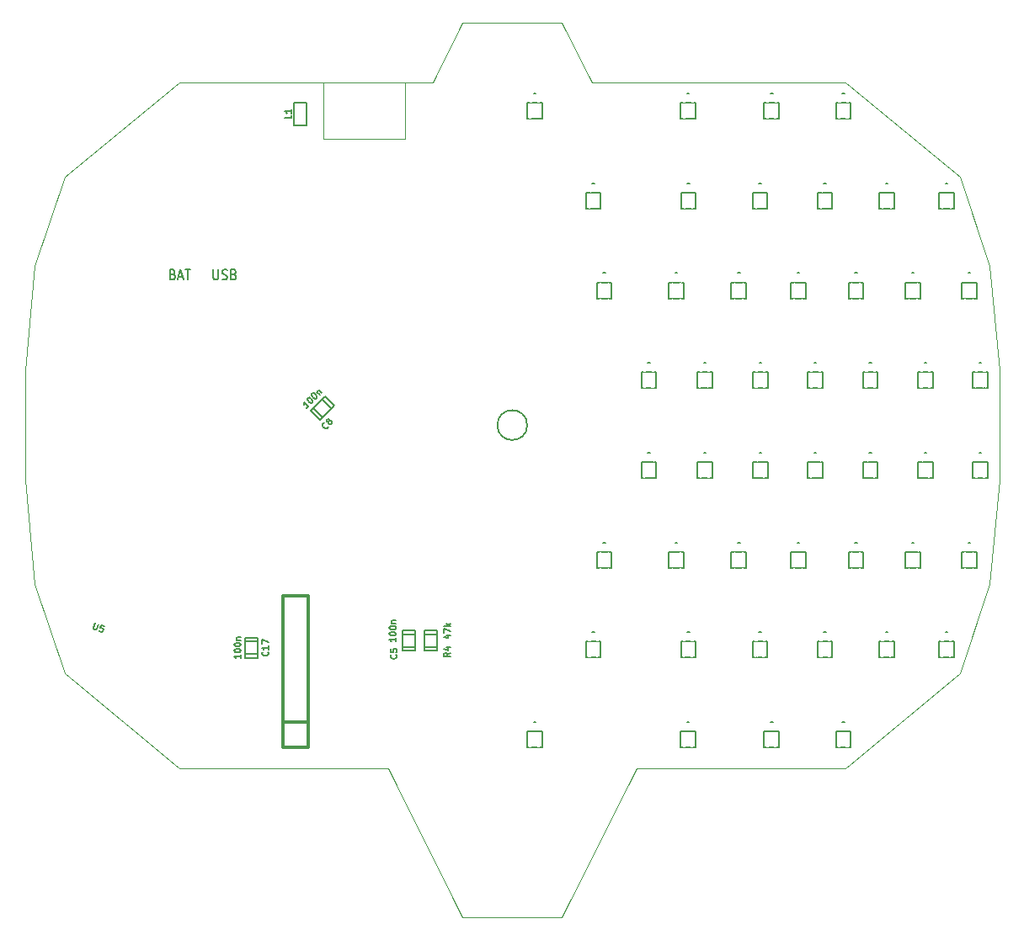
<source format=gto>
G04 #@! TF.FileFunction,Legend,Top*
%FSLAX46Y46*%
G04 Gerber Fmt 4.6, Leading zero omitted, Abs format (unit mm)*
G04 Created by KiCad (PCBNEW (after 2015-mar-04 BZR unknown)-product) date Wed May  6 18:15:44 2015*
%MOMM*%
G01*
G04 APERTURE LIST*
%ADD10C,0.100000*%
%ADD11C,0.200000*%
%ADD12C,0.150000*%
%ADD13C,0.127000*%
%ADD14C,0.304800*%
%ADD15C,0.050800*%
%ADD16C,0.203200*%
G04 APERTURE END LIST*
D10*
X87500000Y-134500000D02*
X66500000Y-134500000D01*
X112500000Y-134500000D02*
X133500000Y-134500000D01*
X105000000Y-149500000D02*
X112500000Y-134500000D01*
X95000000Y-149500000D02*
X105000000Y-149500000D01*
X87500000Y-134500000D02*
X95000000Y-149500000D01*
X108000000Y-65500000D02*
X133500000Y-65500000D01*
X92000000Y-65500000D02*
X66500000Y-65500000D01*
X105000000Y-59500000D02*
X108000000Y-65500000D01*
X95000000Y-59500000D02*
X105000000Y-59500000D01*
X92000000Y-65500000D02*
X95000000Y-59500000D01*
X51000000Y-105500000D02*
X52000000Y-116000000D01*
X51000000Y-94500000D02*
X51000000Y-105500000D01*
X52000000Y-84000000D02*
X51000000Y-94500000D01*
X148000000Y-116000000D02*
X149000000Y-105500000D01*
X149000000Y-105500000D02*
X149000000Y-94500000D01*
X145000000Y-125000000D02*
X148000000Y-116000000D01*
X133500000Y-134500000D02*
X145000000Y-125000000D01*
X55000000Y-125000000D02*
X66500000Y-134500000D01*
X52000000Y-116000000D02*
X55000000Y-125000000D01*
X55000000Y-75000000D02*
X52000000Y-84000000D01*
X66500000Y-65500000D02*
X55000000Y-75000000D01*
X145000000Y-75000000D02*
X133500000Y-65500000D01*
X148000000Y-84000000D02*
X145000000Y-75000000D01*
X149000000Y-94500000D02*
X148000000Y-84000000D01*
D11*
X101500000Y-100000000D02*
G75*
G03X101500000Y-100000000I-1500000J0D01*
G01*
D12*
X78065000Y-69843000D02*
X78065000Y-67557000D01*
X78065000Y-67557000D02*
X79335000Y-67557000D01*
X79335000Y-67557000D02*
X79335000Y-69843000D01*
X79335000Y-69843000D02*
X78065000Y-69843000D01*
D13*
X88965000Y-121065000D02*
X90235000Y-121065000D01*
X88965000Y-122335000D02*
X90209600Y-122335000D01*
X88965000Y-122716000D02*
X88965000Y-120684000D01*
X88965000Y-120684000D02*
X90235000Y-120684000D01*
X90235000Y-120684000D02*
X90235000Y-122716000D01*
X90235000Y-122716000D02*
X88965000Y-122716000D01*
X80900000Y-99198026D02*
X80001974Y-98300000D01*
X81798026Y-98300000D02*
X80917961Y-97419935D01*
X82067433Y-98030592D02*
X80630592Y-99467433D01*
X80630592Y-99467433D02*
X79732567Y-98569408D01*
X79732567Y-98569408D02*
X81169408Y-97132567D01*
X81169408Y-97132567D02*
X82067433Y-98030592D01*
X74435000Y-123035000D02*
X73165000Y-123035000D01*
X74435000Y-121765000D02*
X73190400Y-121765000D01*
X74435000Y-121384000D02*
X74435000Y-123416000D01*
X74435000Y-123416000D02*
X73165000Y-123416000D01*
X73165000Y-123416000D02*
X73165000Y-121384000D01*
X73165000Y-121384000D02*
X74435000Y-121384000D01*
D12*
X102142190Y-66628417D02*
X102342190Y-66628417D01*
X101692190Y-69178417D02*
X101492190Y-69178417D01*
X102492190Y-69178417D02*
X101992190Y-69178417D01*
X102992190Y-69178417D02*
X102792190Y-69178417D01*
X102792190Y-67578417D02*
X102992190Y-67578417D01*
X101992190Y-67578417D02*
X102492190Y-67578417D01*
X101492190Y-67578417D02*
X101692190Y-67578417D01*
X101692190Y-67578417D02*
G75*
G03X101992190Y-67578417I150000J150000D01*
G01*
X102492190Y-67578417D02*
G75*
G03X102792190Y-67578417I150000J150000D01*
G01*
X102792190Y-69178417D02*
G75*
G03X102492190Y-69178417I-150000J-150000D01*
G01*
X101992190Y-69178417D02*
G75*
G03X101692190Y-69178417I-150000J-150000D01*
G01*
X101492190Y-69178417D02*
X101492190Y-67578417D01*
X102992190Y-67578417D02*
X102992190Y-69178417D01*
X117573013Y-66628417D02*
X117773013Y-66628417D01*
X117123013Y-69178417D02*
X116923013Y-69178417D01*
X117923013Y-69178417D02*
X117423013Y-69178417D01*
X118423013Y-69178417D02*
X118223013Y-69178417D01*
X118223013Y-67578417D02*
X118423013Y-67578417D01*
X117423013Y-67578417D02*
X117923013Y-67578417D01*
X116923013Y-67578417D02*
X117123013Y-67578417D01*
X117123013Y-67578417D02*
G75*
G03X117423013Y-67578417I150000J150000D01*
G01*
X117923013Y-67578417D02*
G75*
G03X118223013Y-67578417I150000J150000D01*
G01*
X118223013Y-69178417D02*
G75*
G03X117923013Y-69178417I-150000J-150000D01*
G01*
X117423013Y-69178417D02*
G75*
G03X117123013Y-69178417I-150000J-150000D01*
G01*
X116923013Y-69178417D02*
X116923013Y-67578417D01*
X118423013Y-67578417D02*
X118423013Y-69178417D01*
X125979558Y-66628417D02*
X126179558Y-66628417D01*
X125529558Y-69178417D02*
X125329558Y-69178417D01*
X126329558Y-69178417D02*
X125829558Y-69178417D01*
X126829558Y-69178417D02*
X126629558Y-69178417D01*
X126629558Y-67578417D02*
X126829558Y-67578417D01*
X125829558Y-67578417D02*
X126329558Y-67578417D01*
X125329558Y-67578417D02*
X125529558Y-67578417D01*
X125529558Y-67578417D02*
G75*
G03X125829558Y-67578417I150000J150000D01*
G01*
X126329558Y-67578417D02*
G75*
G03X126629558Y-67578417I150000J150000D01*
G01*
X126629558Y-69178417D02*
G75*
G03X126329558Y-69178417I-150000J-150000D01*
G01*
X125829558Y-69178417D02*
G75*
G03X125529558Y-69178417I-150000J-150000D01*
G01*
X125329558Y-69178417D02*
X125329558Y-67578417D01*
X126829558Y-67578417D02*
X126829558Y-69178417D01*
X133193413Y-66628417D02*
X133393413Y-66628417D01*
X132743413Y-69178417D02*
X132543413Y-69178417D01*
X133543413Y-69178417D02*
X133043413Y-69178417D01*
X134043413Y-69178417D02*
X133843413Y-69178417D01*
X133843413Y-67578417D02*
X134043413Y-67578417D01*
X133043413Y-67578417D02*
X133543413Y-67578417D01*
X132543413Y-67578417D02*
X132743413Y-67578417D01*
X132743413Y-67578417D02*
G75*
G03X133043413Y-67578417I150000J150000D01*
G01*
X133543413Y-67578417D02*
G75*
G03X133843413Y-67578417I150000J150000D01*
G01*
X133843413Y-69178417D02*
G75*
G03X133543413Y-69178417I-150000J-150000D01*
G01*
X133043413Y-69178417D02*
G75*
G03X132743413Y-69178417I-150000J-150000D01*
G01*
X132543413Y-69178417D02*
X132543413Y-67578417D01*
X134043413Y-67578417D02*
X134043413Y-69178417D01*
X108053428Y-75663155D02*
X108253428Y-75663155D01*
X107603428Y-78213155D02*
X107403428Y-78213155D01*
X108403428Y-78213155D02*
X107903428Y-78213155D01*
X108903428Y-78213155D02*
X108703428Y-78213155D01*
X108703428Y-76613155D02*
X108903428Y-76613155D01*
X107903428Y-76613155D02*
X108403428Y-76613155D01*
X107403428Y-76613155D02*
X107603428Y-76613155D01*
X107603428Y-76613155D02*
G75*
G03X107903428Y-76613155I150000J150000D01*
G01*
X108403428Y-76613155D02*
G75*
G03X108703428Y-76613155I150000J150000D01*
G01*
X108703428Y-78213155D02*
G75*
G03X108403428Y-78213155I-150000J-150000D01*
G01*
X107903428Y-78213155D02*
G75*
G03X107603428Y-78213155I-150000J-150000D01*
G01*
X107403428Y-78213155D02*
X107403428Y-76613155D01*
X108903428Y-76613155D02*
X108903428Y-78213155D01*
X117599897Y-75663155D02*
X117799897Y-75663155D01*
X117149897Y-78213155D02*
X116949897Y-78213155D01*
X117949897Y-78213155D02*
X117449897Y-78213155D01*
X118449897Y-78213155D02*
X118249897Y-78213155D01*
X118249897Y-76613155D02*
X118449897Y-76613155D01*
X117449897Y-76613155D02*
X117949897Y-76613155D01*
X116949897Y-76613155D02*
X117149897Y-76613155D01*
X117149897Y-76613155D02*
G75*
G03X117449897Y-76613155I150000J150000D01*
G01*
X117949897Y-76613155D02*
G75*
G03X118249897Y-76613155I150000J150000D01*
G01*
X118249897Y-78213155D02*
G75*
G03X117949897Y-78213155I-150000J-150000D01*
G01*
X117449897Y-78213155D02*
G75*
G03X117149897Y-78213155I-150000J-150000D01*
G01*
X116949897Y-78213155D02*
X116949897Y-76613155D01*
X118449897Y-76613155D02*
X118449897Y-78213155D01*
X124811731Y-75663155D02*
X125011731Y-75663155D01*
X124361731Y-78213155D02*
X124161731Y-78213155D01*
X125161731Y-78213155D02*
X124661731Y-78213155D01*
X125661731Y-78213155D02*
X125461731Y-78213155D01*
X125461731Y-76613155D02*
X125661731Y-76613155D01*
X124661731Y-76613155D02*
X125161731Y-76613155D01*
X124161731Y-76613155D02*
X124361731Y-76613155D01*
X124361731Y-76613155D02*
G75*
G03X124661731Y-76613155I150000J150000D01*
G01*
X125161731Y-76613155D02*
G75*
G03X125461731Y-76613155I150000J150000D01*
G01*
X125461731Y-78213155D02*
G75*
G03X125161731Y-78213155I-150000J-150000D01*
G01*
X124661731Y-78213155D02*
G75*
G03X124361731Y-78213155I-150000J-150000D01*
G01*
X124161731Y-78213155D02*
X124161731Y-76613155D01*
X125661731Y-76613155D02*
X125661731Y-78213155D01*
X131338866Y-75663155D02*
X131538866Y-75663155D01*
X130888866Y-78213155D02*
X130688866Y-78213155D01*
X131688866Y-78213155D02*
X131188866Y-78213155D01*
X132188866Y-78213155D02*
X131988866Y-78213155D01*
X131988866Y-76613155D02*
X132188866Y-76613155D01*
X131188866Y-76613155D02*
X131688866Y-76613155D01*
X130688866Y-76613155D02*
X130888866Y-76613155D01*
X130888866Y-76613155D02*
G75*
G03X131188866Y-76613155I150000J150000D01*
G01*
X131688866Y-76613155D02*
G75*
G03X131988866Y-76613155I150000J150000D01*
G01*
X131988866Y-78213155D02*
G75*
G03X131688866Y-78213155I-150000J-150000D01*
G01*
X131188866Y-78213155D02*
G75*
G03X130888866Y-78213155I-150000J-150000D01*
G01*
X130688866Y-78213155D02*
X130688866Y-76613155D01*
X132188866Y-76613155D02*
X132188866Y-78213155D01*
X137539212Y-75663155D02*
X137739212Y-75663155D01*
X137089212Y-78213155D02*
X136889212Y-78213155D01*
X137889212Y-78213155D02*
X137389212Y-78213155D01*
X138389212Y-78213155D02*
X138189212Y-78213155D01*
X138189212Y-76613155D02*
X138389212Y-76613155D01*
X137389212Y-76613155D02*
X137889212Y-76613155D01*
X136889212Y-76613155D02*
X137089212Y-76613155D01*
X137089212Y-76613155D02*
G75*
G03X137389212Y-76613155I150000J150000D01*
G01*
X137889212Y-76613155D02*
G75*
G03X138189212Y-76613155I150000J150000D01*
G01*
X138189212Y-78213155D02*
G75*
G03X137889212Y-78213155I-150000J-150000D01*
G01*
X137389212Y-78213155D02*
G75*
G03X137089212Y-78213155I-150000J-150000D01*
G01*
X136889212Y-78213155D02*
X136889212Y-76613155D01*
X138389212Y-76613155D02*
X138389212Y-78213155D01*
X143552242Y-75663155D02*
X143752242Y-75663155D01*
X143102242Y-78213155D02*
X142902242Y-78213155D01*
X143902242Y-78213155D02*
X143402242Y-78213155D01*
X144402242Y-78213155D02*
X144202242Y-78213155D01*
X144202242Y-76613155D02*
X144402242Y-76613155D01*
X143402242Y-76613155D02*
X143902242Y-76613155D01*
X142902242Y-76613155D02*
X143102242Y-76613155D01*
X143102242Y-76613155D02*
G75*
G03X143402242Y-76613155I150000J150000D01*
G01*
X143902242Y-76613155D02*
G75*
G03X144202242Y-76613155I150000J150000D01*
G01*
X144202242Y-78213155D02*
G75*
G03X143902242Y-78213155I-150000J-150000D01*
G01*
X143402242Y-78213155D02*
G75*
G03X143102242Y-78213155I-150000J-150000D01*
G01*
X142902242Y-78213155D02*
X142902242Y-76613155D01*
X144402242Y-76613155D02*
X144402242Y-78213155D01*
X109156153Y-84697893D02*
X109356153Y-84697893D01*
X108706153Y-87247893D02*
X108506153Y-87247893D01*
X109506153Y-87247893D02*
X109006153Y-87247893D01*
X110006153Y-87247893D02*
X109806153Y-87247893D01*
X109806153Y-85647893D02*
X110006153Y-85647893D01*
X109006153Y-85647893D02*
X109506153Y-85647893D01*
X108506153Y-85647893D02*
X108706153Y-85647893D01*
X108706153Y-85647893D02*
G75*
G03X109006153Y-85647893I150000J150000D01*
G01*
X109506153Y-85647893D02*
G75*
G03X109806153Y-85647893I150000J150000D01*
G01*
X109806153Y-87247893D02*
G75*
G03X109506153Y-87247893I-150000J-150000D01*
G01*
X109006153Y-87247893D02*
G75*
G03X108706153Y-87247893I-150000J-150000D01*
G01*
X108506153Y-87247893D02*
X108506153Y-85647893D01*
X110006153Y-85647893D02*
X110006153Y-87247893D01*
X116391948Y-84697893D02*
X116591948Y-84697893D01*
X115941948Y-87247893D02*
X115741948Y-87247893D01*
X116741948Y-87247893D02*
X116241948Y-87247893D01*
X117241948Y-87247893D02*
X117041948Y-87247893D01*
X117041948Y-85647893D02*
X117241948Y-85647893D01*
X116241948Y-85647893D02*
X116741948Y-85647893D01*
X115741948Y-85647893D02*
X115941948Y-85647893D01*
X115941948Y-85647893D02*
G75*
G03X116241948Y-85647893I150000J150000D01*
G01*
X116741948Y-85647893D02*
G75*
G03X117041948Y-85647893I150000J150000D01*
G01*
X117041948Y-87247893D02*
G75*
G03X116741948Y-87247893I-150000J-150000D01*
G01*
X116241948Y-87247893D02*
G75*
G03X115941948Y-87247893I-150000J-150000D01*
G01*
X115741948Y-87247893D02*
X115741948Y-85647893D01*
X117241948Y-85647893D02*
X117241948Y-87247893D01*
X122677013Y-84697893D02*
X122877013Y-84697893D01*
X122227013Y-87247893D02*
X122027013Y-87247893D01*
X123027013Y-87247893D02*
X122527013Y-87247893D01*
X123527013Y-87247893D02*
X123327013Y-87247893D01*
X123327013Y-85647893D02*
X123527013Y-85647893D01*
X122527013Y-85647893D02*
X123027013Y-85647893D01*
X122027013Y-85647893D02*
X122227013Y-85647893D01*
X122227013Y-85647893D02*
G75*
G03X122527013Y-85647893I150000J150000D01*
G01*
X123027013Y-85647893D02*
G75*
G03X123327013Y-85647893I150000J150000D01*
G01*
X123327013Y-87247893D02*
G75*
G03X123027013Y-87247893I-150000J-150000D01*
G01*
X122527013Y-87247893D02*
G75*
G03X122227013Y-87247893I-150000J-150000D01*
G01*
X122027013Y-87247893D02*
X122027013Y-85647893D01*
X123527013Y-85647893D02*
X123527013Y-87247893D01*
X128641960Y-84697893D02*
X128841960Y-84697893D01*
X128191960Y-87247893D02*
X127991960Y-87247893D01*
X128991960Y-87247893D02*
X128491960Y-87247893D01*
X129491960Y-87247893D02*
X129291960Y-87247893D01*
X129291960Y-85647893D02*
X129491960Y-85647893D01*
X128491960Y-85647893D02*
X128991960Y-85647893D01*
X127991960Y-85647893D02*
X128191960Y-85647893D01*
X128191960Y-85647893D02*
G75*
G03X128491960Y-85647893I150000J150000D01*
G01*
X128991960Y-85647893D02*
G75*
G03X129291960Y-85647893I150000J150000D01*
G01*
X129291960Y-87247893D02*
G75*
G03X128991960Y-87247893I-150000J-150000D01*
G01*
X128491960Y-87247893D02*
G75*
G03X128191960Y-87247893I-150000J-150000D01*
G01*
X127991960Y-87247893D02*
X127991960Y-85647893D01*
X129491960Y-85647893D02*
X129491960Y-87247893D01*
X134452978Y-84697893D02*
X134652978Y-84697893D01*
X134002978Y-87247893D02*
X133802978Y-87247893D01*
X134802978Y-87247893D02*
X134302978Y-87247893D01*
X135302978Y-87247893D02*
X135102978Y-87247893D01*
X135102978Y-85647893D02*
X135302978Y-85647893D01*
X134302978Y-85647893D02*
X134802978Y-85647893D01*
X133802978Y-85647893D02*
X134002978Y-85647893D01*
X134002978Y-85647893D02*
G75*
G03X134302978Y-85647893I150000J150000D01*
G01*
X134802978Y-85647893D02*
G75*
G03X135102978Y-85647893I150000J150000D01*
G01*
X135102978Y-87247893D02*
G75*
G03X134802978Y-87247893I-150000J-150000D01*
G01*
X134302978Y-87247893D02*
G75*
G03X134002978Y-87247893I-150000J-150000D01*
G01*
X133802978Y-87247893D02*
X133802978Y-85647893D01*
X135302978Y-85647893D02*
X135302978Y-87247893D01*
X140176746Y-84697893D02*
X140376746Y-84697893D01*
X139726746Y-87247893D02*
X139526746Y-87247893D01*
X140526746Y-87247893D02*
X140026746Y-87247893D01*
X141026746Y-87247893D02*
X140826746Y-87247893D01*
X140826746Y-85647893D02*
X141026746Y-85647893D01*
X140026746Y-85647893D02*
X140526746Y-85647893D01*
X139526746Y-85647893D02*
X139726746Y-85647893D01*
X139726746Y-85647893D02*
G75*
G03X140026746Y-85647893I150000J150000D01*
G01*
X140526746Y-85647893D02*
G75*
G03X140826746Y-85647893I150000J150000D01*
G01*
X140826746Y-87247893D02*
G75*
G03X140526746Y-87247893I-150000J-150000D01*
G01*
X140026746Y-87247893D02*
G75*
G03X139726746Y-87247893I-150000J-150000D01*
G01*
X139526746Y-87247893D02*
X139526746Y-85647893D01*
X141026746Y-85647893D02*
X141026746Y-87247893D01*
X145845884Y-84697893D02*
X146045884Y-84697893D01*
X145395884Y-87247893D02*
X145195884Y-87247893D01*
X146195884Y-87247893D02*
X145695884Y-87247893D01*
X146695884Y-87247893D02*
X146495884Y-87247893D01*
X146495884Y-85647893D02*
X146695884Y-85647893D01*
X145695884Y-85647893D02*
X146195884Y-85647893D01*
X145195884Y-85647893D02*
X145395884Y-85647893D01*
X145395884Y-85647893D02*
G75*
G03X145695884Y-85647893I150000J150000D01*
G01*
X146195884Y-85647893D02*
G75*
G03X146495884Y-85647893I150000J150000D01*
G01*
X146495884Y-87247893D02*
G75*
G03X146195884Y-87247893I-150000J-150000D01*
G01*
X145695884Y-87247893D02*
G75*
G03X145395884Y-87247893I-150000J-150000D01*
G01*
X145195884Y-87247893D02*
X145195884Y-85647893D01*
X146695884Y-85647893D02*
X146695884Y-87247893D01*
X113626957Y-93732631D02*
X113826957Y-93732631D01*
X113176957Y-96282631D02*
X112976957Y-96282631D01*
X113976957Y-96282631D02*
X113476957Y-96282631D01*
X114476957Y-96282631D02*
X114276957Y-96282631D01*
X114276957Y-94682631D02*
X114476957Y-94682631D01*
X113476957Y-94682631D02*
X113976957Y-94682631D01*
X112976957Y-94682631D02*
X113176957Y-94682631D01*
X113176957Y-94682631D02*
G75*
G03X113476957Y-94682631I150000J150000D01*
G01*
X113976957Y-94682631D02*
G75*
G03X114276957Y-94682631I150000J150000D01*
G01*
X114276957Y-96282631D02*
G75*
G03X113976957Y-96282631I-150000J-150000D01*
G01*
X113476957Y-96282631D02*
G75*
G03X113176957Y-96282631I-150000J-150000D01*
G01*
X112976957Y-96282631D02*
X112976957Y-94682631D01*
X114476957Y-94682631D02*
X114476957Y-96282631D01*
X119258133Y-93732631D02*
X119458133Y-93732631D01*
X118808133Y-96282631D02*
X118608133Y-96282631D01*
X119608133Y-96282631D02*
X119108133Y-96282631D01*
X120108133Y-96282631D02*
X119908133Y-96282631D01*
X119908133Y-94682631D02*
X120108133Y-94682631D01*
X119108133Y-94682631D02*
X119608133Y-94682631D01*
X118608133Y-94682631D02*
X118808133Y-94682631D01*
X118808133Y-94682631D02*
G75*
G03X119108133Y-94682631I150000J150000D01*
G01*
X119608133Y-94682631D02*
G75*
G03X119908133Y-94682631I150000J150000D01*
G01*
X119908133Y-96282631D02*
G75*
G03X119608133Y-96282631I-150000J-150000D01*
G01*
X119108133Y-96282631D02*
G75*
G03X118808133Y-96282631I-150000J-150000D01*
G01*
X118608133Y-96282631D02*
X118608133Y-94682631D01*
X120108133Y-94682631D02*
X120108133Y-96282631D01*
X124830810Y-93732631D02*
X125030810Y-93732631D01*
X124380810Y-96282631D02*
X124180810Y-96282631D01*
X125180810Y-96282631D02*
X124680810Y-96282631D01*
X125680810Y-96282631D02*
X125480810Y-96282631D01*
X125480810Y-94682631D02*
X125680810Y-94682631D01*
X124680810Y-94682631D02*
X125180810Y-94682631D01*
X124180810Y-94682631D02*
X124380810Y-94682631D01*
X124380810Y-94682631D02*
G75*
G03X124680810Y-94682631I150000J150000D01*
G01*
X125180810Y-94682631D02*
G75*
G03X125480810Y-94682631I150000J150000D01*
G01*
X125480810Y-96282631D02*
G75*
G03X125180810Y-96282631I-150000J-150000D01*
G01*
X124680810Y-96282631D02*
G75*
G03X124380810Y-96282631I-150000J-150000D01*
G01*
X124180810Y-96282631D02*
X124180810Y-94682631D01*
X125680810Y-94682631D02*
X125680810Y-96282631D01*
X130377094Y-93732631D02*
X130577094Y-93732631D01*
X129927094Y-96282631D02*
X129727094Y-96282631D01*
X130727094Y-96282631D02*
X130227094Y-96282631D01*
X131227094Y-96282631D02*
X131027094Y-96282631D01*
X131027094Y-94682631D02*
X131227094Y-94682631D01*
X130227094Y-94682631D02*
X130727094Y-94682631D01*
X129727094Y-94682631D02*
X129927094Y-94682631D01*
X129927094Y-94682631D02*
G75*
G03X130227094Y-94682631I150000J150000D01*
G01*
X130727094Y-94682631D02*
G75*
G03X131027094Y-94682631I150000J150000D01*
G01*
X131027094Y-96282631D02*
G75*
G03X130727094Y-96282631I-150000J-150000D01*
G01*
X130227094Y-96282631D02*
G75*
G03X129927094Y-96282631I-150000J-150000D01*
G01*
X129727094Y-96282631D02*
X129727094Y-94682631D01*
X131227094Y-94682631D02*
X131227094Y-96282631D01*
X135909183Y-93732631D02*
X136109183Y-93732631D01*
X135459183Y-96282631D02*
X135259183Y-96282631D01*
X136259183Y-96282631D02*
X135759183Y-96282631D01*
X136759183Y-96282631D02*
X136559183Y-96282631D01*
X136559183Y-94682631D02*
X136759183Y-94682631D01*
X135759183Y-94682631D02*
X136259183Y-94682631D01*
X135259183Y-94682631D02*
X135459183Y-94682631D01*
X135459183Y-94682631D02*
G75*
G03X135759183Y-94682631I150000J150000D01*
G01*
X136259183Y-94682631D02*
G75*
G03X136559183Y-94682631I150000J150000D01*
G01*
X136559183Y-96282631D02*
G75*
G03X136259183Y-96282631I-150000J-150000D01*
G01*
X135759183Y-96282631D02*
G75*
G03X135459183Y-96282631I-150000J-150000D01*
G01*
X135259183Y-96282631D02*
X135259183Y-94682631D01*
X136759183Y-94682631D02*
X136759183Y-96282631D01*
X141432749Y-93732631D02*
X141632749Y-93732631D01*
X140982749Y-96282631D02*
X140782749Y-96282631D01*
X141782749Y-96282631D02*
X141282749Y-96282631D01*
X142282749Y-96282631D02*
X142082749Y-96282631D01*
X142082749Y-94682631D02*
X142282749Y-94682631D01*
X141282749Y-94682631D02*
X141782749Y-94682631D01*
X140782749Y-94682631D02*
X140982749Y-94682631D01*
X140982749Y-94682631D02*
G75*
G03X141282749Y-94682631I150000J150000D01*
G01*
X141782749Y-94682631D02*
G75*
G03X142082749Y-94682631I150000J150000D01*
G01*
X142082749Y-96282631D02*
G75*
G03X141782749Y-96282631I-150000J-150000D01*
G01*
X141282749Y-96282631D02*
G75*
G03X140982749Y-96282631I-150000J-150000D01*
G01*
X140782749Y-96282631D02*
X140782749Y-94682631D01*
X142282749Y-94682631D02*
X142282749Y-96282631D01*
X146950794Y-93732631D02*
X147150794Y-93732631D01*
X146500794Y-96282631D02*
X146300794Y-96282631D01*
X147300794Y-96282631D02*
X146800794Y-96282631D01*
X147800794Y-96282631D02*
X147600794Y-96282631D01*
X147600794Y-94682631D02*
X147800794Y-94682631D01*
X146800794Y-94682631D02*
X147300794Y-94682631D01*
X146300794Y-94682631D02*
X146500794Y-94682631D01*
X146500794Y-94682631D02*
G75*
G03X146800794Y-94682631I150000J150000D01*
G01*
X147300794Y-94682631D02*
G75*
G03X147600794Y-94682631I150000J150000D01*
G01*
X147600794Y-96282631D02*
G75*
G03X147300794Y-96282631I-150000J-150000D01*
G01*
X146800794Y-96282631D02*
G75*
G03X146500794Y-96282631I-150000J-150000D01*
G01*
X146300794Y-96282631D02*
X146300794Y-94682631D01*
X147800794Y-94682631D02*
X147800794Y-96282631D01*
X113626957Y-102767369D02*
X113826957Y-102767369D01*
X113176957Y-105317369D02*
X112976957Y-105317369D01*
X113976957Y-105317369D02*
X113476957Y-105317369D01*
X114476957Y-105317369D02*
X114276957Y-105317369D01*
X114276957Y-103717369D02*
X114476957Y-103717369D01*
X113476957Y-103717369D02*
X113976957Y-103717369D01*
X112976957Y-103717369D02*
X113176957Y-103717369D01*
X113176957Y-103717369D02*
G75*
G03X113476957Y-103717369I150000J150000D01*
G01*
X113976957Y-103717369D02*
G75*
G03X114276957Y-103717369I150000J150000D01*
G01*
X114276957Y-105317369D02*
G75*
G03X113976957Y-105317369I-150000J-150000D01*
G01*
X113476957Y-105317369D02*
G75*
G03X113176957Y-105317369I-150000J-150000D01*
G01*
X112976957Y-105317369D02*
X112976957Y-103717369D01*
X114476957Y-103717369D02*
X114476957Y-105317369D01*
X119258133Y-102767369D02*
X119458133Y-102767369D01*
X118808133Y-105317369D02*
X118608133Y-105317369D01*
X119608133Y-105317369D02*
X119108133Y-105317369D01*
X120108133Y-105317369D02*
X119908133Y-105317369D01*
X119908133Y-103717369D02*
X120108133Y-103717369D01*
X119108133Y-103717369D02*
X119608133Y-103717369D01*
X118608133Y-103717369D02*
X118808133Y-103717369D01*
X118808133Y-103717369D02*
G75*
G03X119108133Y-103717369I150000J150000D01*
G01*
X119608133Y-103717369D02*
G75*
G03X119908133Y-103717369I150000J150000D01*
G01*
X119908133Y-105317369D02*
G75*
G03X119608133Y-105317369I-150000J-150000D01*
G01*
X119108133Y-105317369D02*
G75*
G03X118808133Y-105317369I-150000J-150000D01*
G01*
X118608133Y-105317369D02*
X118608133Y-103717369D01*
X120108133Y-103717369D02*
X120108133Y-105317369D01*
X124830810Y-102767369D02*
X125030810Y-102767369D01*
X124380810Y-105317369D02*
X124180810Y-105317369D01*
X125180810Y-105317369D02*
X124680810Y-105317369D01*
X125680810Y-105317369D02*
X125480810Y-105317369D01*
X125480810Y-103717369D02*
X125680810Y-103717369D01*
X124680810Y-103717369D02*
X125180810Y-103717369D01*
X124180810Y-103717369D02*
X124380810Y-103717369D01*
X124380810Y-103717369D02*
G75*
G03X124680810Y-103717369I150000J150000D01*
G01*
X125180810Y-103717369D02*
G75*
G03X125480810Y-103717369I150000J150000D01*
G01*
X125480810Y-105317369D02*
G75*
G03X125180810Y-105317369I-150000J-150000D01*
G01*
X124680810Y-105317369D02*
G75*
G03X124380810Y-105317369I-150000J-150000D01*
G01*
X124180810Y-105317369D02*
X124180810Y-103717369D01*
X125680810Y-103717369D02*
X125680810Y-105317369D01*
X130377094Y-102767369D02*
X130577094Y-102767369D01*
X129927094Y-105317369D02*
X129727094Y-105317369D01*
X130727094Y-105317369D02*
X130227094Y-105317369D01*
X131227094Y-105317369D02*
X131027094Y-105317369D01*
X131027094Y-103717369D02*
X131227094Y-103717369D01*
X130227094Y-103717369D02*
X130727094Y-103717369D01*
X129727094Y-103717369D02*
X129927094Y-103717369D01*
X129927094Y-103717369D02*
G75*
G03X130227094Y-103717369I150000J150000D01*
G01*
X130727094Y-103717369D02*
G75*
G03X131027094Y-103717369I150000J150000D01*
G01*
X131027094Y-105317369D02*
G75*
G03X130727094Y-105317369I-150000J-150000D01*
G01*
X130227094Y-105317369D02*
G75*
G03X129927094Y-105317369I-150000J-150000D01*
G01*
X129727094Y-105317369D02*
X129727094Y-103717369D01*
X131227094Y-103717369D02*
X131227094Y-105317369D01*
X135909183Y-102767369D02*
X136109183Y-102767369D01*
X135459183Y-105317369D02*
X135259183Y-105317369D01*
X136259183Y-105317369D02*
X135759183Y-105317369D01*
X136759183Y-105317369D02*
X136559183Y-105317369D01*
X136559183Y-103717369D02*
X136759183Y-103717369D01*
X135759183Y-103717369D02*
X136259183Y-103717369D01*
X135259183Y-103717369D02*
X135459183Y-103717369D01*
X135459183Y-103717369D02*
G75*
G03X135759183Y-103717369I150000J150000D01*
G01*
X136259183Y-103717369D02*
G75*
G03X136559183Y-103717369I150000J150000D01*
G01*
X136559183Y-105317369D02*
G75*
G03X136259183Y-105317369I-150000J-150000D01*
G01*
X135759183Y-105317369D02*
G75*
G03X135459183Y-105317369I-150000J-150000D01*
G01*
X135259183Y-105317369D02*
X135259183Y-103717369D01*
X136759183Y-103717369D02*
X136759183Y-105317369D01*
X141432749Y-102767369D02*
X141632749Y-102767369D01*
X140982749Y-105317369D02*
X140782749Y-105317369D01*
X141782749Y-105317369D02*
X141282749Y-105317369D01*
X142282749Y-105317369D02*
X142082749Y-105317369D01*
X142082749Y-103717369D02*
X142282749Y-103717369D01*
X141282749Y-103717369D02*
X141782749Y-103717369D01*
X140782749Y-103717369D02*
X140982749Y-103717369D01*
X140982749Y-103717369D02*
G75*
G03X141282749Y-103717369I150000J150000D01*
G01*
X141782749Y-103717369D02*
G75*
G03X142082749Y-103717369I150000J150000D01*
G01*
X142082749Y-105317369D02*
G75*
G03X141782749Y-105317369I-150000J-150000D01*
G01*
X141282749Y-105317369D02*
G75*
G03X140982749Y-105317369I-150000J-150000D01*
G01*
X140782749Y-105317369D02*
X140782749Y-103717369D01*
X142282749Y-103717369D02*
X142282749Y-105317369D01*
X146950794Y-102767369D02*
X147150794Y-102767369D01*
X146500794Y-105317369D02*
X146300794Y-105317369D01*
X147300794Y-105317369D02*
X146800794Y-105317369D01*
X147800794Y-105317369D02*
X147600794Y-105317369D01*
X147600794Y-103717369D02*
X147800794Y-103717369D01*
X146800794Y-103717369D02*
X147300794Y-103717369D01*
X146300794Y-103717369D02*
X146500794Y-103717369D01*
X146500794Y-103717369D02*
G75*
G03X146800794Y-103717369I150000J150000D01*
G01*
X147300794Y-103717369D02*
G75*
G03X147600794Y-103717369I150000J150000D01*
G01*
X147600794Y-105317369D02*
G75*
G03X147300794Y-105317369I-150000J-150000D01*
G01*
X146800794Y-105317369D02*
G75*
G03X146500794Y-105317369I-150000J-150000D01*
G01*
X146300794Y-105317369D02*
X146300794Y-103717369D01*
X147800794Y-103717369D02*
X147800794Y-105317369D01*
X109156153Y-111802107D02*
X109356153Y-111802107D01*
X108706153Y-114352107D02*
X108506153Y-114352107D01*
X109506153Y-114352107D02*
X109006153Y-114352107D01*
X110006153Y-114352107D02*
X109806153Y-114352107D01*
X109806153Y-112752107D02*
X110006153Y-112752107D01*
X109006153Y-112752107D02*
X109506153Y-112752107D01*
X108506153Y-112752107D02*
X108706153Y-112752107D01*
X108706153Y-112752107D02*
G75*
G03X109006153Y-112752107I150000J150000D01*
G01*
X109506153Y-112752107D02*
G75*
G03X109806153Y-112752107I150000J150000D01*
G01*
X109806153Y-114352107D02*
G75*
G03X109506153Y-114352107I-150000J-150000D01*
G01*
X109006153Y-114352107D02*
G75*
G03X108706153Y-114352107I-150000J-150000D01*
G01*
X108506153Y-114352107D02*
X108506153Y-112752107D01*
X110006153Y-112752107D02*
X110006153Y-114352107D01*
X116391948Y-111802107D02*
X116591948Y-111802107D01*
X115941948Y-114352107D02*
X115741948Y-114352107D01*
X116741948Y-114352107D02*
X116241948Y-114352107D01*
X117241948Y-114352107D02*
X117041948Y-114352107D01*
X117041948Y-112752107D02*
X117241948Y-112752107D01*
X116241948Y-112752107D02*
X116741948Y-112752107D01*
X115741948Y-112752107D02*
X115941948Y-112752107D01*
X115941948Y-112752107D02*
G75*
G03X116241948Y-112752107I150000J150000D01*
G01*
X116741948Y-112752107D02*
G75*
G03X117041948Y-112752107I150000J150000D01*
G01*
X117041948Y-114352107D02*
G75*
G03X116741948Y-114352107I-150000J-150000D01*
G01*
X116241948Y-114352107D02*
G75*
G03X115941948Y-114352107I-150000J-150000D01*
G01*
X115741948Y-114352107D02*
X115741948Y-112752107D01*
X117241948Y-112752107D02*
X117241948Y-114352107D01*
X122677013Y-111802107D02*
X122877013Y-111802107D01*
X122227013Y-114352107D02*
X122027013Y-114352107D01*
X123027013Y-114352107D02*
X122527013Y-114352107D01*
X123527013Y-114352107D02*
X123327013Y-114352107D01*
X123327013Y-112752107D02*
X123527013Y-112752107D01*
X122527013Y-112752107D02*
X123027013Y-112752107D01*
X122027013Y-112752107D02*
X122227013Y-112752107D01*
X122227013Y-112752107D02*
G75*
G03X122527013Y-112752107I150000J150000D01*
G01*
X123027013Y-112752107D02*
G75*
G03X123327013Y-112752107I150000J150000D01*
G01*
X123327013Y-114352107D02*
G75*
G03X123027013Y-114352107I-150000J-150000D01*
G01*
X122527013Y-114352107D02*
G75*
G03X122227013Y-114352107I-150000J-150000D01*
G01*
X122027013Y-114352107D02*
X122027013Y-112752107D01*
X123527013Y-112752107D02*
X123527013Y-114352107D01*
X128641960Y-111802107D02*
X128841960Y-111802107D01*
X128191960Y-114352107D02*
X127991960Y-114352107D01*
X128991960Y-114352107D02*
X128491960Y-114352107D01*
X129491960Y-114352107D02*
X129291960Y-114352107D01*
X129291960Y-112752107D02*
X129491960Y-112752107D01*
X128491960Y-112752107D02*
X128991960Y-112752107D01*
X127991960Y-112752107D02*
X128191960Y-112752107D01*
X128191960Y-112752107D02*
G75*
G03X128491960Y-112752107I150000J150000D01*
G01*
X128991960Y-112752107D02*
G75*
G03X129291960Y-112752107I150000J150000D01*
G01*
X129291960Y-114352107D02*
G75*
G03X128991960Y-114352107I-150000J-150000D01*
G01*
X128491960Y-114352107D02*
G75*
G03X128191960Y-114352107I-150000J-150000D01*
G01*
X127991960Y-114352107D02*
X127991960Y-112752107D01*
X129491960Y-112752107D02*
X129491960Y-114352107D01*
X134452978Y-111802107D02*
X134652978Y-111802107D01*
X134002978Y-114352107D02*
X133802978Y-114352107D01*
X134802978Y-114352107D02*
X134302978Y-114352107D01*
X135302978Y-114352107D02*
X135102978Y-114352107D01*
X135102978Y-112752107D02*
X135302978Y-112752107D01*
X134302978Y-112752107D02*
X134802978Y-112752107D01*
X133802978Y-112752107D02*
X134002978Y-112752107D01*
X134002978Y-112752107D02*
G75*
G03X134302978Y-112752107I150000J150000D01*
G01*
X134802978Y-112752107D02*
G75*
G03X135102978Y-112752107I150000J150000D01*
G01*
X135102978Y-114352107D02*
G75*
G03X134802978Y-114352107I-150000J-150000D01*
G01*
X134302978Y-114352107D02*
G75*
G03X134002978Y-114352107I-150000J-150000D01*
G01*
X133802978Y-114352107D02*
X133802978Y-112752107D01*
X135302978Y-112752107D02*
X135302978Y-114352107D01*
X140176746Y-111802107D02*
X140376746Y-111802107D01*
X139726746Y-114352107D02*
X139526746Y-114352107D01*
X140526746Y-114352107D02*
X140026746Y-114352107D01*
X141026746Y-114352107D02*
X140826746Y-114352107D01*
X140826746Y-112752107D02*
X141026746Y-112752107D01*
X140026746Y-112752107D02*
X140526746Y-112752107D01*
X139526746Y-112752107D02*
X139726746Y-112752107D01*
X139726746Y-112752107D02*
G75*
G03X140026746Y-112752107I150000J150000D01*
G01*
X140526746Y-112752107D02*
G75*
G03X140826746Y-112752107I150000J150000D01*
G01*
X140826746Y-114352107D02*
G75*
G03X140526746Y-114352107I-150000J-150000D01*
G01*
X140026746Y-114352107D02*
G75*
G03X139726746Y-114352107I-150000J-150000D01*
G01*
X139526746Y-114352107D02*
X139526746Y-112752107D01*
X141026746Y-112752107D02*
X141026746Y-114352107D01*
X145845884Y-111802107D02*
X146045884Y-111802107D01*
X145395884Y-114352107D02*
X145195884Y-114352107D01*
X146195884Y-114352107D02*
X145695884Y-114352107D01*
X146695884Y-114352107D02*
X146495884Y-114352107D01*
X146495884Y-112752107D02*
X146695884Y-112752107D01*
X145695884Y-112752107D02*
X146195884Y-112752107D01*
X145195884Y-112752107D02*
X145395884Y-112752107D01*
X145395884Y-112752107D02*
G75*
G03X145695884Y-112752107I150000J150000D01*
G01*
X146195884Y-112752107D02*
G75*
G03X146495884Y-112752107I150000J150000D01*
G01*
X146495884Y-114352107D02*
G75*
G03X146195884Y-114352107I-150000J-150000D01*
G01*
X145695884Y-114352107D02*
G75*
G03X145395884Y-114352107I-150000J-150000D01*
G01*
X145195884Y-114352107D02*
X145195884Y-112752107D01*
X146695884Y-112752107D02*
X146695884Y-114352107D01*
X108053428Y-120836845D02*
X108253428Y-120836845D01*
X107603428Y-123386845D02*
X107403428Y-123386845D01*
X108403428Y-123386845D02*
X107903428Y-123386845D01*
X108903428Y-123386845D02*
X108703428Y-123386845D01*
X108703428Y-121786845D02*
X108903428Y-121786845D01*
X107903428Y-121786845D02*
X108403428Y-121786845D01*
X107403428Y-121786845D02*
X107603428Y-121786845D01*
X107603428Y-121786845D02*
G75*
G03X107903428Y-121786845I150000J150000D01*
G01*
X108403428Y-121786845D02*
G75*
G03X108703428Y-121786845I150000J150000D01*
G01*
X108703428Y-123386845D02*
G75*
G03X108403428Y-123386845I-150000J-150000D01*
G01*
X107903428Y-123386845D02*
G75*
G03X107603428Y-123386845I-150000J-150000D01*
G01*
X107403428Y-123386845D02*
X107403428Y-121786845D01*
X108903428Y-121786845D02*
X108903428Y-123386845D01*
X117599897Y-120836845D02*
X117799897Y-120836845D01*
X117149897Y-123386845D02*
X116949897Y-123386845D01*
X117949897Y-123386845D02*
X117449897Y-123386845D01*
X118449897Y-123386845D02*
X118249897Y-123386845D01*
X118249897Y-121786845D02*
X118449897Y-121786845D01*
X117449897Y-121786845D02*
X117949897Y-121786845D01*
X116949897Y-121786845D02*
X117149897Y-121786845D01*
X117149897Y-121786845D02*
G75*
G03X117449897Y-121786845I150000J150000D01*
G01*
X117949897Y-121786845D02*
G75*
G03X118249897Y-121786845I150000J150000D01*
G01*
X118249897Y-123386845D02*
G75*
G03X117949897Y-123386845I-150000J-150000D01*
G01*
X117449897Y-123386845D02*
G75*
G03X117149897Y-123386845I-150000J-150000D01*
G01*
X116949897Y-123386845D02*
X116949897Y-121786845D01*
X118449897Y-121786845D02*
X118449897Y-123386845D01*
X124811731Y-120836845D02*
X125011731Y-120836845D01*
X124361731Y-123386845D02*
X124161731Y-123386845D01*
X125161731Y-123386845D02*
X124661731Y-123386845D01*
X125661731Y-123386845D02*
X125461731Y-123386845D01*
X125461731Y-121786845D02*
X125661731Y-121786845D01*
X124661731Y-121786845D02*
X125161731Y-121786845D01*
X124161731Y-121786845D02*
X124361731Y-121786845D01*
X124361731Y-121786845D02*
G75*
G03X124661731Y-121786845I150000J150000D01*
G01*
X125161731Y-121786845D02*
G75*
G03X125461731Y-121786845I150000J150000D01*
G01*
X125461731Y-123386845D02*
G75*
G03X125161731Y-123386845I-150000J-150000D01*
G01*
X124661731Y-123386845D02*
G75*
G03X124361731Y-123386845I-150000J-150000D01*
G01*
X124161731Y-123386845D02*
X124161731Y-121786845D01*
X125661731Y-121786845D02*
X125661731Y-123386845D01*
X131338866Y-120836845D02*
X131538866Y-120836845D01*
X130888866Y-123386845D02*
X130688866Y-123386845D01*
X131688866Y-123386845D02*
X131188866Y-123386845D01*
X132188866Y-123386845D02*
X131988866Y-123386845D01*
X131988866Y-121786845D02*
X132188866Y-121786845D01*
X131188866Y-121786845D02*
X131688866Y-121786845D01*
X130688866Y-121786845D02*
X130888866Y-121786845D01*
X130888866Y-121786845D02*
G75*
G03X131188866Y-121786845I150000J150000D01*
G01*
X131688866Y-121786845D02*
G75*
G03X131988866Y-121786845I150000J150000D01*
G01*
X131988866Y-123386845D02*
G75*
G03X131688866Y-123386845I-150000J-150000D01*
G01*
X131188866Y-123386845D02*
G75*
G03X130888866Y-123386845I-150000J-150000D01*
G01*
X130688866Y-123386845D02*
X130688866Y-121786845D01*
X132188866Y-121786845D02*
X132188866Y-123386845D01*
X137539212Y-120836845D02*
X137739212Y-120836845D01*
X137089212Y-123386845D02*
X136889212Y-123386845D01*
X137889212Y-123386845D02*
X137389212Y-123386845D01*
X138389212Y-123386845D02*
X138189212Y-123386845D01*
X138189212Y-121786845D02*
X138389212Y-121786845D01*
X137389212Y-121786845D02*
X137889212Y-121786845D01*
X136889212Y-121786845D02*
X137089212Y-121786845D01*
X137089212Y-121786845D02*
G75*
G03X137389212Y-121786845I150000J150000D01*
G01*
X137889212Y-121786845D02*
G75*
G03X138189212Y-121786845I150000J150000D01*
G01*
X138189212Y-123386845D02*
G75*
G03X137889212Y-123386845I-150000J-150000D01*
G01*
X137389212Y-123386845D02*
G75*
G03X137089212Y-123386845I-150000J-150000D01*
G01*
X136889212Y-123386845D02*
X136889212Y-121786845D01*
X138389212Y-121786845D02*
X138389212Y-123386845D01*
X143552242Y-120836845D02*
X143752242Y-120836845D01*
X143102242Y-123386845D02*
X142902242Y-123386845D01*
X143902242Y-123386845D02*
X143402242Y-123386845D01*
X144402242Y-123386845D02*
X144202242Y-123386845D01*
X144202242Y-121786845D02*
X144402242Y-121786845D01*
X143402242Y-121786845D02*
X143902242Y-121786845D01*
X142902242Y-121786845D02*
X143102242Y-121786845D01*
X143102242Y-121786845D02*
G75*
G03X143402242Y-121786845I150000J150000D01*
G01*
X143902242Y-121786845D02*
G75*
G03X144202242Y-121786845I150000J150000D01*
G01*
X144202242Y-123386845D02*
G75*
G03X143902242Y-123386845I-150000J-150000D01*
G01*
X143402242Y-123386845D02*
G75*
G03X143102242Y-123386845I-150000J-150000D01*
G01*
X142902242Y-123386845D02*
X142902242Y-121786845D01*
X144402242Y-121786845D02*
X144402242Y-123386845D01*
X102142190Y-129871583D02*
X102342190Y-129871583D01*
X101692190Y-132421583D02*
X101492190Y-132421583D01*
X102492190Y-132421583D02*
X101992190Y-132421583D01*
X102992190Y-132421583D02*
X102792190Y-132421583D01*
X102792190Y-130821583D02*
X102992190Y-130821583D01*
X101992190Y-130821583D02*
X102492190Y-130821583D01*
X101492190Y-130821583D02*
X101692190Y-130821583D01*
X101692190Y-130821583D02*
G75*
G03X101992190Y-130821583I150000J150000D01*
G01*
X102492190Y-130821583D02*
G75*
G03X102792190Y-130821583I150000J150000D01*
G01*
X102792190Y-132421583D02*
G75*
G03X102492190Y-132421583I-150000J-150000D01*
G01*
X101992190Y-132421583D02*
G75*
G03X101692190Y-132421583I-150000J-150000D01*
G01*
X101492190Y-132421583D02*
X101492190Y-130821583D01*
X102992190Y-130821583D02*
X102992190Y-132421583D01*
X117573013Y-129871583D02*
X117773013Y-129871583D01*
X117123013Y-132421583D02*
X116923013Y-132421583D01*
X117923013Y-132421583D02*
X117423013Y-132421583D01*
X118423013Y-132421583D02*
X118223013Y-132421583D01*
X118223013Y-130821583D02*
X118423013Y-130821583D01*
X117423013Y-130821583D02*
X117923013Y-130821583D01*
X116923013Y-130821583D02*
X117123013Y-130821583D01*
X117123013Y-130821583D02*
G75*
G03X117423013Y-130821583I150000J150000D01*
G01*
X117923013Y-130821583D02*
G75*
G03X118223013Y-130821583I150000J150000D01*
G01*
X118223013Y-132421583D02*
G75*
G03X117923013Y-132421583I-150000J-150000D01*
G01*
X117423013Y-132421583D02*
G75*
G03X117123013Y-132421583I-150000J-150000D01*
G01*
X116923013Y-132421583D02*
X116923013Y-130821583D01*
X118423013Y-130821583D02*
X118423013Y-132421583D01*
X125979558Y-129871583D02*
X126179558Y-129871583D01*
X125529558Y-132421583D02*
X125329558Y-132421583D01*
X126329558Y-132421583D02*
X125829558Y-132421583D01*
X126829558Y-132421583D02*
X126629558Y-132421583D01*
X126629558Y-130821583D02*
X126829558Y-130821583D01*
X125829558Y-130821583D02*
X126329558Y-130821583D01*
X125329558Y-130821583D02*
X125529558Y-130821583D01*
X125529558Y-130821583D02*
G75*
G03X125829558Y-130821583I150000J150000D01*
G01*
X126329558Y-130821583D02*
G75*
G03X126629558Y-130821583I150000J150000D01*
G01*
X126629558Y-132421583D02*
G75*
G03X126329558Y-132421583I-150000J-150000D01*
G01*
X125829558Y-132421583D02*
G75*
G03X125529558Y-132421583I-150000J-150000D01*
G01*
X125329558Y-132421583D02*
X125329558Y-130821583D01*
X126829558Y-130821583D02*
X126829558Y-132421583D01*
X133193413Y-129871583D02*
X133393413Y-129871583D01*
X132743413Y-132421583D02*
X132543413Y-132421583D01*
X133543413Y-132421583D02*
X133043413Y-132421583D01*
X134043413Y-132421583D02*
X133843413Y-132421583D01*
X133843413Y-130821583D02*
X134043413Y-130821583D01*
X133043413Y-130821583D02*
X133543413Y-130821583D01*
X132543413Y-130821583D02*
X132743413Y-130821583D01*
X132743413Y-130821583D02*
G75*
G03X133043413Y-130821583I150000J150000D01*
G01*
X133543413Y-130821583D02*
G75*
G03X133843413Y-130821583I150000J150000D01*
G01*
X133843413Y-132421583D02*
G75*
G03X133543413Y-132421583I-150000J-150000D01*
G01*
X133043413Y-132421583D02*
G75*
G03X132743413Y-132421583I-150000J-150000D01*
G01*
X132543413Y-132421583D02*
X132543413Y-130821583D01*
X134043413Y-130821583D02*
X134043413Y-132421583D01*
D14*
X76930000Y-129880000D02*
X79470000Y-129880000D01*
X79470000Y-132420000D02*
X76930000Y-132420000D01*
X76930000Y-132420000D02*
X76930000Y-117180000D01*
X76930000Y-117180000D02*
X79470000Y-117180000D01*
X79470000Y-117180000D02*
X79470000Y-132420000D01*
D15*
X81000440Y-65500740D02*
X81000440Y-71200500D01*
X81000440Y-71200500D02*
X89199560Y-71200500D01*
X89199560Y-71200500D02*
X89199560Y-65500740D01*
X89199560Y-65500740D02*
X81000440Y-65500740D01*
D13*
X91165000Y-121065000D02*
X92435000Y-121065000D01*
X91165000Y-122335000D02*
X92409600Y-122335000D01*
X91165000Y-122716000D02*
X91165000Y-120684000D01*
X91165000Y-120684000D02*
X92435000Y-120684000D01*
X92435000Y-120684000D02*
X92435000Y-122716000D01*
X92435000Y-122716000D02*
X91165000Y-122716000D01*
X58064301Y-119907760D02*
X57888486Y-120390808D01*
X57896217Y-120457979D01*
X57914290Y-120496735D01*
X57960777Y-120545834D01*
X58074434Y-120587202D01*
X58141605Y-120579471D01*
X58180362Y-120561399D01*
X58229461Y-120514912D01*
X58405276Y-120031865D01*
X58973565Y-120238706D02*
X58689420Y-120135285D01*
X58557585Y-120409088D01*
X58596342Y-120391016D01*
X58663513Y-120383286D01*
X58805585Y-120434996D01*
X58852072Y-120484094D01*
X58870145Y-120522851D01*
X58877876Y-120590022D01*
X58826166Y-120732095D01*
X58777066Y-120778582D01*
X58738310Y-120796654D01*
X58671139Y-120804384D01*
X58529067Y-120752674D01*
X58482579Y-120703576D01*
X58464507Y-120664819D01*
X77787262Y-68805834D02*
X77787262Y-69108215D01*
X77152262Y-69108215D01*
X77787262Y-68261547D02*
X77787262Y-68624405D01*
X77787262Y-68442976D02*
X77152262Y-68442976D01*
X77242976Y-68503452D01*
X77303452Y-68563928D01*
X77333690Y-68624405D01*
X88326786Y-123105833D02*
X88357024Y-123136071D01*
X88387262Y-123226786D01*
X88387262Y-123287262D01*
X88357024Y-123377976D01*
X88296548Y-123438452D01*
X88236071Y-123468691D01*
X88115119Y-123498929D01*
X88024405Y-123498929D01*
X87903452Y-123468691D01*
X87842976Y-123438452D01*
X87782500Y-123377976D01*
X87752262Y-123287262D01*
X87752262Y-123226786D01*
X87782500Y-123136071D01*
X87812738Y-123105833D01*
X87752262Y-122531310D02*
X87752262Y-122833691D01*
X88054643Y-122863929D01*
X88024405Y-122833691D01*
X87994167Y-122773214D01*
X87994167Y-122622024D01*
X88024405Y-122561548D01*
X88054643Y-122531310D01*
X88115119Y-122501071D01*
X88266310Y-122501071D01*
X88326786Y-122531310D01*
X88357024Y-122561548D01*
X88387262Y-122622024D01*
X88387262Y-122773214D01*
X88357024Y-122833691D01*
X88326786Y-122863929D01*
X88287262Y-121410595D02*
X88287262Y-121773453D01*
X88287262Y-121592024D02*
X87652262Y-121592024D01*
X87742976Y-121652500D01*
X87803452Y-121712976D01*
X87833690Y-121773453D01*
X87652262Y-121017500D02*
X87652262Y-120957024D01*
X87682500Y-120896548D01*
X87712738Y-120866310D01*
X87773214Y-120836072D01*
X87894167Y-120805833D01*
X88045357Y-120805833D01*
X88166310Y-120836072D01*
X88226786Y-120866310D01*
X88257024Y-120896548D01*
X88287262Y-120957024D01*
X88287262Y-121017500D01*
X88257024Y-121077976D01*
X88226786Y-121108214D01*
X88166310Y-121138453D01*
X88045357Y-121168691D01*
X87894167Y-121168691D01*
X87773214Y-121138453D01*
X87712738Y-121108214D01*
X87682500Y-121077976D01*
X87652262Y-121017500D01*
X87652262Y-120412738D02*
X87652262Y-120352262D01*
X87682500Y-120291786D01*
X87712738Y-120261548D01*
X87773214Y-120231310D01*
X87894167Y-120201071D01*
X88045357Y-120201071D01*
X88166310Y-120231310D01*
X88226786Y-120261548D01*
X88257024Y-120291786D01*
X88287262Y-120352262D01*
X88287262Y-120412738D01*
X88257024Y-120473214D01*
X88226786Y-120503452D01*
X88166310Y-120533691D01*
X88045357Y-120563929D01*
X87894167Y-120563929D01*
X87773214Y-120533691D01*
X87712738Y-120503452D01*
X87682500Y-120473214D01*
X87652262Y-120412738D01*
X87863929Y-119928929D02*
X88287262Y-119928929D01*
X87924405Y-119928929D02*
X87894167Y-119898690D01*
X87863929Y-119838214D01*
X87863929Y-119747500D01*
X87894167Y-119687024D01*
X87954643Y-119656786D01*
X88287262Y-119656786D01*
X81485527Y-100135197D02*
X81485527Y-100177960D01*
X81442763Y-100263487D01*
X81400000Y-100306250D01*
X81314474Y-100349013D01*
X81228948Y-100349013D01*
X81164802Y-100327631D01*
X81057895Y-100263487D01*
X80993750Y-100199342D01*
X80929605Y-100092434D01*
X80908224Y-100028289D01*
X80908224Y-99942763D01*
X80950987Y-99857237D01*
X80993750Y-99814474D01*
X81079277Y-99771710D01*
X81122040Y-99771710D01*
X81528290Y-99664803D02*
X81464145Y-99686184D01*
X81421381Y-99686185D01*
X81357236Y-99664803D01*
X81335855Y-99643421D01*
X81314473Y-99579277D01*
X81314474Y-99536513D01*
X81335856Y-99472369D01*
X81421381Y-99386843D01*
X81485526Y-99365461D01*
X81528289Y-99365461D01*
X81592434Y-99386842D01*
X81613816Y-99408223D01*
X81635197Y-99472369D01*
X81635197Y-99515132D01*
X81613816Y-99579277D01*
X81528290Y-99664803D01*
X81506908Y-99728947D01*
X81506907Y-99771711D01*
X81528289Y-99835856D01*
X81613816Y-99921382D01*
X81677960Y-99942764D01*
X81720724Y-99942763D01*
X81784868Y-99921381D01*
X81870394Y-99835856D01*
X81891776Y-99771711D01*
X81891776Y-99728948D01*
X81870395Y-99664803D01*
X81784868Y-99579276D01*
X81720723Y-99557895D01*
X81677960Y-99557895D01*
X81613816Y-99579277D01*
X79600658Y-98005591D02*
X79344079Y-98262171D01*
X79472369Y-98133881D02*
X79023356Y-97684868D01*
X79044737Y-97791776D01*
X79044737Y-97877302D01*
X79023355Y-97941447D01*
X79429606Y-97278619D02*
X79472369Y-97235856D01*
X79536513Y-97214474D01*
X79579276Y-97214474D01*
X79643421Y-97235856D01*
X79750330Y-97300000D01*
X79857237Y-97406907D01*
X79921381Y-97513816D01*
X79942763Y-97577961D01*
X79942763Y-97620724D01*
X79921381Y-97684868D01*
X79878619Y-97727631D01*
X79814474Y-97749013D01*
X79771711Y-97749013D01*
X79707566Y-97727632D01*
X79600658Y-97663487D01*
X79493750Y-97556579D01*
X79429605Y-97449671D01*
X79408224Y-97385526D01*
X79408224Y-97342763D01*
X79429606Y-97278619D01*
X79857237Y-96850987D02*
X79900000Y-96808224D01*
X79964144Y-96786843D01*
X80006907Y-96786843D01*
X80071052Y-96808224D01*
X80177961Y-96872369D01*
X80284868Y-96979276D01*
X80349013Y-97086185D01*
X80370394Y-97150330D01*
X80370394Y-97193093D01*
X80349013Y-97257237D01*
X80306250Y-97300000D01*
X80242105Y-97321381D01*
X80199342Y-97321381D01*
X80135197Y-97300001D01*
X80028289Y-97235856D01*
X79921381Y-97128948D01*
X79857236Y-97022040D01*
X79835856Y-96957895D01*
X79835856Y-96915132D01*
X79857237Y-96850987D01*
X80349013Y-96658554D02*
X80648354Y-96957895D01*
X80391776Y-96701317D02*
X80391777Y-96658553D01*
X80413158Y-96594409D01*
X80477302Y-96530264D01*
X80541447Y-96508883D01*
X80605591Y-96530264D01*
X80840789Y-96765461D01*
X75426786Y-122808214D02*
X75457024Y-122838452D01*
X75487262Y-122929167D01*
X75487262Y-122989643D01*
X75457024Y-123080357D01*
X75396548Y-123140833D01*
X75336071Y-123171072D01*
X75215119Y-123201310D01*
X75124405Y-123201310D01*
X75003452Y-123171072D01*
X74942976Y-123140833D01*
X74882500Y-123080357D01*
X74852262Y-122989643D01*
X74852262Y-122929167D01*
X74882500Y-122838452D01*
X74912738Y-122808214D01*
X75487262Y-122203452D02*
X75487262Y-122566310D01*
X75487262Y-122384881D02*
X74852262Y-122384881D01*
X74942976Y-122445357D01*
X75003452Y-122505833D01*
X75033690Y-122566310D01*
X74852262Y-121991786D02*
X74852262Y-121568452D01*
X75487262Y-121840595D01*
X72687262Y-123110595D02*
X72687262Y-123473453D01*
X72687262Y-123292024D02*
X72052262Y-123292024D01*
X72142976Y-123352500D01*
X72203452Y-123412976D01*
X72233690Y-123473453D01*
X72052262Y-122717500D02*
X72052262Y-122657024D01*
X72082500Y-122596548D01*
X72112738Y-122566310D01*
X72173214Y-122536072D01*
X72294167Y-122505833D01*
X72445357Y-122505833D01*
X72566310Y-122536072D01*
X72626786Y-122566310D01*
X72657024Y-122596548D01*
X72687262Y-122657024D01*
X72687262Y-122717500D01*
X72657024Y-122777976D01*
X72626786Y-122808214D01*
X72566310Y-122838453D01*
X72445357Y-122868691D01*
X72294167Y-122868691D01*
X72173214Y-122838453D01*
X72112738Y-122808214D01*
X72082500Y-122777976D01*
X72052262Y-122717500D01*
X72052262Y-122112738D02*
X72052262Y-122052262D01*
X72082500Y-121991786D01*
X72112738Y-121961548D01*
X72173214Y-121931310D01*
X72294167Y-121901071D01*
X72445357Y-121901071D01*
X72566310Y-121931310D01*
X72626786Y-121961548D01*
X72657024Y-121991786D01*
X72687262Y-122052262D01*
X72687262Y-122112738D01*
X72657024Y-122173214D01*
X72626786Y-122203452D01*
X72566310Y-122233691D01*
X72445357Y-122263929D01*
X72294167Y-122263929D01*
X72173214Y-122233691D01*
X72112738Y-122203452D01*
X72082500Y-122173214D01*
X72052262Y-122112738D01*
X72263929Y-121628929D02*
X72687262Y-121628929D01*
X72324405Y-121628929D02*
X72294167Y-121598690D01*
X72263929Y-121538214D01*
X72263929Y-121447500D01*
X72294167Y-121387024D01*
X72354643Y-121356786D01*
X72687262Y-121356786D01*
D16*
X65894334Y-84827429D02*
X66021334Y-84875810D01*
X66063667Y-84924190D01*
X66106001Y-85020952D01*
X66106001Y-85166095D01*
X66063667Y-85262857D01*
X66021334Y-85311238D01*
X65936667Y-85359619D01*
X65598001Y-85359619D01*
X65598001Y-84343619D01*
X65894334Y-84343619D01*
X65979001Y-84392000D01*
X66021334Y-84440381D01*
X66063667Y-84537143D01*
X66063667Y-84633905D01*
X66021334Y-84730667D01*
X65979001Y-84779048D01*
X65894334Y-84827429D01*
X65598001Y-84827429D01*
X66444667Y-85069333D02*
X66868001Y-85069333D01*
X66360001Y-85359619D02*
X66656334Y-84343619D01*
X66952667Y-85359619D01*
X67122001Y-84343619D02*
X67630001Y-84343619D01*
X67376001Y-85359619D02*
X67376001Y-84343619D01*
X69958333Y-84343619D02*
X69958333Y-85166095D01*
X70000666Y-85262857D01*
X70042999Y-85311238D01*
X70127666Y-85359619D01*
X70296999Y-85359619D01*
X70381666Y-85311238D01*
X70423999Y-85262857D01*
X70466333Y-85166095D01*
X70466333Y-84343619D01*
X70847332Y-85311238D02*
X70974332Y-85359619D01*
X71185999Y-85359619D01*
X71270666Y-85311238D01*
X71312999Y-85262857D01*
X71355332Y-85166095D01*
X71355332Y-85069333D01*
X71312999Y-84972571D01*
X71270666Y-84924190D01*
X71185999Y-84875810D01*
X71016666Y-84827429D01*
X70931999Y-84779048D01*
X70889666Y-84730667D01*
X70847332Y-84633905D01*
X70847332Y-84537143D01*
X70889666Y-84440381D01*
X70931999Y-84392000D01*
X71016666Y-84343619D01*
X71228332Y-84343619D01*
X71355332Y-84392000D01*
X72032666Y-84827429D02*
X72159666Y-84875810D01*
X72201999Y-84924190D01*
X72244333Y-85020952D01*
X72244333Y-85166095D01*
X72201999Y-85262857D01*
X72159666Y-85311238D01*
X72074999Y-85359619D01*
X71736333Y-85359619D01*
X71736333Y-84343619D01*
X72032666Y-84343619D01*
X72117333Y-84392000D01*
X72159666Y-84440381D01*
X72201999Y-84537143D01*
X72201999Y-84633905D01*
X72159666Y-84730667D01*
X72117333Y-84779048D01*
X72032666Y-84827429D01*
X71736333Y-84827429D01*
D13*
X93787262Y-122905833D02*
X93484881Y-123117500D01*
X93787262Y-123268691D02*
X93152262Y-123268691D01*
X93152262Y-123026786D01*
X93182500Y-122966310D01*
X93212738Y-122936071D01*
X93273214Y-122905833D01*
X93363929Y-122905833D01*
X93424405Y-122936071D01*
X93454643Y-122966310D01*
X93484881Y-123026786D01*
X93484881Y-123268691D01*
X93363929Y-122361548D02*
X93787262Y-122361548D01*
X93122024Y-122512738D02*
X93575595Y-122663929D01*
X93575595Y-122270833D01*
X93363929Y-121138453D02*
X93787262Y-121138453D01*
X93122024Y-121289643D02*
X93575595Y-121440834D01*
X93575595Y-121047738D01*
X93152262Y-120866310D02*
X93152262Y-120442976D01*
X93787262Y-120715119D01*
X93787262Y-120201072D02*
X93152262Y-120201072D01*
X93545357Y-120140595D02*
X93787262Y-119959167D01*
X93363929Y-119959167D02*
X93605833Y-120201072D01*
M02*

</source>
